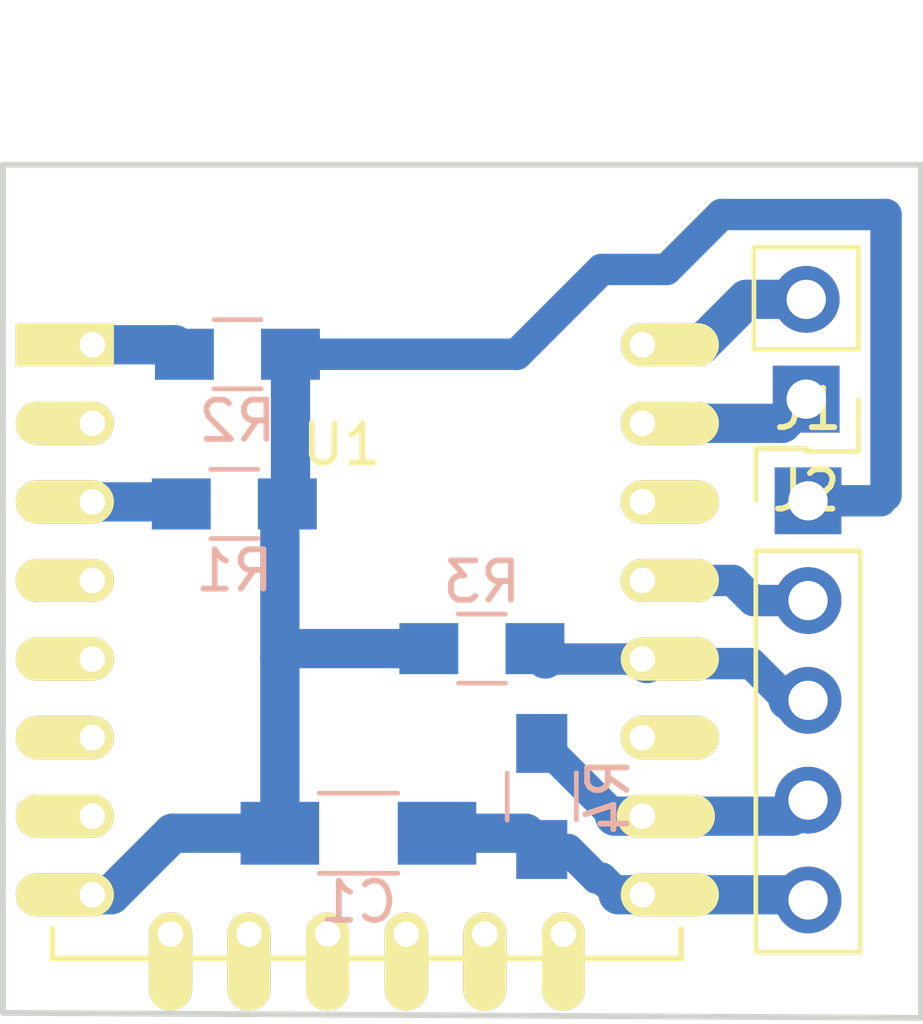
<source format=kicad_pcb>
(kicad_pcb (version 20171130) (host pcbnew 5.1.5-52549c5~84~ubuntu19.10.1)

  (general
    (thickness 1.6)
    (drawings 5)
    (tracks 48)
    (zones 0)
    (modules 8)
    (nets 23)
  )

  (page A4)
  (layers
    (0 F.Cu signal)
    (31 B.Cu signal)
    (32 B.Adhes user)
    (33 F.Adhes user)
    (34 B.Paste user)
    (35 F.Paste user)
    (36 B.SilkS user)
    (37 F.SilkS user)
    (38 B.Mask user)
    (39 F.Mask user)
    (40 Dwgs.User user)
    (41 Cmts.User user)
    (42 Eco1.User user)
    (43 Eco2.User user)
    (44 Edge.Cuts user)
    (45 Margin user)
    (46 B.CrtYd user)
    (47 F.CrtYd user)
    (48 B.Fab user)
    (49 F.Fab user)
  )

  (setup
    (last_trace_width 0.8)
    (trace_clearance 0.2)
    (zone_clearance 0.508)
    (zone_45_only no)
    (trace_min 0.2)
    (via_size 0.8)
    (via_drill 0.4)
    (via_min_size 0.4)
    (via_min_drill 0.3)
    (uvia_size 0.3)
    (uvia_drill 0.1)
    (uvias_allowed no)
    (uvia_min_size 0.2)
    (uvia_min_drill 0.1)
    (edge_width 0.15)
    (segment_width 0.2)
    (pcb_text_width 0.3)
    (pcb_text_size 1.5 1.5)
    (mod_edge_width 0.15)
    (mod_text_size 1 1)
    (mod_text_width 0.15)
    (pad_size 1.524 1.524)
    (pad_drill 0.762)
    (pad_to_mask_clearance 0.051)
    (solder_mask_min_width 0.25)
    (aux_axis_origin 0 0)
    (visible_elements FFFFFF7F)
    (pcbplotparams
      (layerselection 0x010fc_ffffffff)
      (usegerberextensions false)
      (usegerberattributes false)
      (usegerberadvancedattributes false)
      (creategerberjobfile false)
      (excludeedgelayer true)
      (linewidth 0.100000)
      (plotframeref false)
      (viasonmask false)
      (mode 1)
      (useauxorigin false)
      (hpglpennumber 1)
      (hpglpenspeed 20)
      (hpglpendiameter 15.000000)
      (psnegative false)
      (psa4output false)
      (plotreference true)
      (plotvalue true)
      (plotinvisibletext false)
      (padsonsilk false)
      (subtractmaskfromsilk false)
      (outputformat 1)
      (mirror false)
      (drillshape 1)
      (scaleselection 1)
      (outputdirectory ""))
  )

  (net 0 "")
  (net 1 +3V3)
  (net 2 GND)
  (net 3 "Net-(R1-Pad1)")
  (net 4 "Net-(R2-Pad1)")
  (net 5 "Net-(J1-Pad2)")
  (net 6 "Net-(J1-Pad4)")
  (net 7 "Net-(J1-Pad3)")
  (net 8 Rx)
  (net 9 Tx)
  (net 10 "Net-(U1-Pad2)")
  (net 11 "Net-(U1-Pad4)")
  (net 12 "Net-(U1-Pad5)")
  (net 13 "Net-(U1-Pad6)")
  (net 14 "Net-(U1-Pad7)")
  (net 15 "Net-(U1-Pad11)")
  (net 16 "Net-(U1-Pad14)")
  (net 17 "Net-(U1-Pad17)")
  (net 18 "Net-(U1-Pad18)")
  (net 19 "Net-(U1-Pad19)")
  (net 20 "Net-(U1-Pad20)")
  (net 21 "Net-(U1-Pad21)")
  (net 22 "Net-(U1-Pad22)")

  (net_class Default "This is the default net class."
    (clearance 0.2)
    (trace_width 0.8)
    (via_dia 0.8)
    (via_drill 0.4)
    (uvia_dia 0.3)
    (uvia_drill 0.1)
    (add_net +3V3)
    (add_net GND)
    (add_net "Net-(J1-Pad2)")
    (add_net "Net-(J1-Pad3)")
    (add_net "Net-(J1-Pad4)")
    (add_net "Net-(R1-Pad1)")
    (add_net "Net-(R2-Pad1)")
    (add_net "Net-(U1-Pad11)")
    (add_net "Net-(U1-Pad14)")
    (add_net "Net-(U1-Pad17)")
    (add_net "Net-(U1-Pad18)")
    (add_net "Net-(U1-Pad19)")
    (add_net "Net-(U1-Pad2)")
    (add_net "Net-(U1-Pad20)")
    (add_net "Net-(U1-Pad21)")
    (add_net "Net-(U1-Pad22)")
    (add_net "Net-(U1-Pad4)")
    (add_net "Net-(U1-Pad5)")
    (add_net "Net-(U1-Pad6)")
    (add_net "Net-(U1-Pad7)")
    (add_net Rx)
    (add_net Tx)
  )

  (module ESP8266:ESP-12E (layer F.Cu) (tedit 58B47889) (tstamp 5DA91B2E)
    (at 164.708001 88.531001)
    (descr "Module, ESP-8266, ESP-12, 16 pad, SMD")
    (tags "Module ESP-8266 ESP8266")
    (path /5D9CA756)
    (fp_text reference U1 (at 6.35 2.54) (layer F.SilkS)
      (effects (font (size 1 1) (thickness 0.15)))
    )
    (fp_text value ESP8266_ESP-12E (at 6.35 6.35) (layer F.Fab) hide
      (effects (font (size 1 1) (thickness 0.15)))
    )
    (fp_line (start -2.25 -0.5) (end -2.25 -8.75) (layer F.CrtYd) (width 0.05))
    (fp_line (start -2.25 -8.75) (end 15.25 -8.75) (layer F.CrtYd) (width 0.05))
    (fp_line (start 15.25 -8.75) (end 16.25 -8.75) (layer F.CrtYd) (width 0.05))
    (fp_line (start 16.25 -8.75) (end 16.25 16) (layer F.CrtYd) (width 0.05))
    (fp_line (start 16.25 16) (end -2.25 16) (layer F.CrtYd) (width 0.05))
    (fp_line (start -2.25 16) (end -2.25 -0.5) (layer F.CrtYd) (width 0.05))
    (fp_line (start -1.016 -8.382) (end 14.986 -8.382) (layer F.CrtYd) (width 0.1524))
    (fp_line (start 14.986 -8.382) (end 14.986 -0.889) (layer F.CrtYd) (width 0.1524))
    (fp_line (start -1.016 -8.382) (end -1.016 -1.016) (layer F.CrtYd) (width 0.1524))
    (fp_line (start -1.016 14.859) (end -1.016 15.621) (layer F.SilkS) (width 0.1524))
    (fp_line (start -1.016 15.621) (end 14.986 15.621) (layer F.SilkS) (width 0.1524))
    (fp_line (start 14.986 15.621) (end 14.986 14.859) (layer F.SilkS) (width 0.1524))
    (fp_line (start 14.992 -8.4) (end -1.008 -2.6) (layer F.CrtYd) (width 0.1524))
    (fp_line (start -1.008 -8.4) (end 14.992 -2.6) (layer F.CrtYd) (width 0.1524))
    (fp_text user "No Copper" (at 6.892 -5.4) (layer F.CrtYd)
      (effects (font (size 1 1) (thickness 0.15)))
    )
    (fp_line (start -1.008 -2.6) (end 14.992 -2.6) (layer F.CrtYd) (width 0.1524))
    (fp_line (start 15 -8.4) (end 15 15.6) (layer F.Fab) (width 0.05))
    (fp_line (start 14.992 15.6) (end -1.008 15.6) (layer F.Fab) (width 0.05))
    (fp_line (start -1.008 15.6) (end -1.008 -8.4) (layer F.Fab) (width 0.05))
    (fp_line (start -1.008 -8.4) (end 14.992 -8.4) (layer F.Fab) (width 0.05))
    (pad 1 thru_hole rect (at 0 0) (size 2.5 1.1) (drill 0.65 (offset -0.7 0)) (layers *.Cu *.Mask F.SilkS)
      (net 4 "Net-(R2-Pad1)"))
    (pad 2 thru_hole oval (at 0 2) (size 2.5 1.1) (drill 0.65 (offset -0.7 0)) (layers *.Cu *.Mask F.SilkS)
      (net 10 "Net-(U1-Pad2)"))
    (pad 3 thru_hole oval (at 0 4) (size 2.5 1.1) (drill 0.65 (offset -0.7 0)) (layers *.Cu *.Mask F.SilkS)
      (net 3 "Net-(R1-Pad1)"))
    (pad 4 thru_hole oval (at 0 6) (size 2.5 1.1) (drill 0.65 (offset -0.7 0)) (layers *.Cu *.Mask F.SilkS)
      (net 11 "Net-(U1-Pad4)"))
    (pad 5 thru_hole oval (at 0 8) (size 2.5 1.1) (drill 0.65 (offset -0.7 0)) (layers *.Cu *.Mask F.SilkS)
      (net 12 "Net-(U1-Pad5)"))
    (pad 6 thru_hole oval (at 0 10) (size 2.5 1.1) (drill 0.65 (offset -0.7 0)) (layers *.Cu *.Mask F.SilkS)
      (net 13 "Net-(U1-Pad6)"))
    (pad 7 thru_hole oval (at 0 12) (size 2.5 1.1) (drill 0.65 (offset -0.7 0)) (layers *.Cu *.Mask F.SilkS)
      (net 14 "Net-(U1-Pad7)"))
    (pad 8 thru_hole oval (at 0 14) (size 2.5 1.1) (drill 0.65 (offset -0.7 0)) (layers *.Cu *.Mask F.SilkS)
      (net 1 +3V3))
    (pad 9 thru_hole oval (at 14 14) (size 2.5 1.1) (drill 0.65 (offset 0.7 0)) (layers *.Cu *.Mask F.SilkS)
      (net 2 GND))
    (pad 10 thru_hole oval (at 14 12) (size 2.5 1.1) (drill 0.65 (offset 0.6 0)) (layers *.Cu *.Mask F.SilkS)
      (net 6 "Net-(J1-Pad4)"))
    (pad 11 thru_hole oval (at 14 10) (size 2.5 1.1) (drill 0.65 (offset 0.7 0)) (layers *.Cu *.Mask F.SilkS)
      (net 15 "Net-(U1-Pad11)"))
    (pad 12 thru_hole oval (at 14 8) (size 2.5 1.1) (drill 0.65 (offset 0.7 0)) (layers *.Cu *.Mask F.SilkS)
      (net 7 "Net-(J1-Pad3)"))
    (pad 13 thru_hole oval (at 14 6) (size 2.5 1.1) (drill 0.65 (offset 0.7 0)) (layers *.Cu *.Mask F.SilkS)
      (net 5 "Net-(J1-Pad2)"))
    (pad 14 thru_hole oval (at 14 4) (size 2.5 1.1) (drill 0.65 (offset 0.7 0)) (layers *.Cu *.Mask F.SilkS)
      (net 16 "Net-(U1-Pad14)"))
    (pad 15 thru_hole oval (at 14 2) (size 2.5 1.1) (drill 0.65 (offset 0.7 0)) (layers *.Cu *.Mask F.SilkS)
      (net 8 Rx))
    (pad 16 thru_hole oval (at 14 0) (size 2.5 1.1) (drill 0.65 (offset 0.7 0)) (layers *.Cu *.Mask F.SilkS)
      (net 9 Tx))
    (pad 17 thru_hole oval (at 1.99 15 90) (size 2.5 1.1) (drill 0.65 (offset -0.7 0)) (layers *.Cu *.Mask F.SilkS)
      (net 17 "Net-(U1-Pad17)"))
    (pad 18 thru_hole oval (at 3.99 15 90) (size 2.5 1.1) (drill 0.65 (offset -0.7 0)) (layers *.Cu *.Mask F.SilkS)
      (net 18 "Net-(U1-Pad18)"))
    (pad 19 thru_hole oval (at 5.99 15 90) (size 2.5 1.1) (drill 0.65 (offset -0.7 0)) (layers *.Cu *.Mask F.SilkS)
      (net 19 "Net-(U1-Pad19)"))
    (pad 20 thru_hole oval (at 7.99 15 90) (size 2.5 1.1) (drill 0.65 (offset -0.7 0)) (layers *.Cu *.Mask F.SilkS)
      (net 20 "Net-(U1-Pad20)"))
    (pad 21 thru_hole oval (at 9.99 15 90) (size 2.5 1.1) (drill 0.65 (offset -0.7 0)) (layers *.Cu *.Mask F.SilkS)
      (net 21 "Net-(U1-Pad21)"))
    (pad 22 thru_hole oval (at 11.99 15 90) (size 2.5 1.1) (drill 0.65 (offset -0.7 0)) (layers *.Cu *.Mask F.SilkS)
      (net 22 "Net-(U1-Pad22)"))
    (model ${ESPLIB}/ESP8266.3dshapes/ESP-12E.wrl
      (at (xyz 0 0 0))
      (scale (xyz 0.3937 0.3937 0.3937))
      (rotate (xyz 0 0 0))
    )
  )

  (module Capacitors_SMD:C_1206_HandSoldering (layer B.Cu) (tedit 58AA84D1) (tstamp 5DA91ABC)
    (at 171.482 100.965)
    (descr "Capacitor SMD 1206, hand soldering")
    (tags "capacitor 1206")
    (path /5D9D9EC3)
    (attr smd)
    (fp_text reference C1 (at 0 1.75) (layer B.SilkS)
      (effects (font (size 1 1) (thickness 0.15)) (justify mirror))
    )
    (fp_text value 100nF (at 0 -2) (layer B.Fab)
      (effects (font (size 1 1) (thickness 0.15)) (justify mirror))
    )
    (fp_text user %R (at 0 1.75) (layer B.Fab)
      (effects (font (size 1 1) (thickness 0.15)) (justify mirror))
    )
    (fp_line (start -1.6 -0.8) (end -1.6 0.8) (layer B.Fab) (width 0.1))
    (fp_line (start 1.6 -0.8) (end -1.6 -0.8) (layer B.Fab) (width 0.1))
    (fp_line (start 1.6 0.8) (end 1.6 -0.8) (layer B.Fab) (width 0.1))
    (fp_line (start -1.6 0.8) (end 1.6 0.8) (layer B.Fab) (width 0.1))
    (fp_line (start 1 1.02) (end -1 1.02) (layer B.SilkS) (width 0.12))
    (fp_line (start -1 -1.02) (end 1 -1.02) (layer B.SilkS) (width 0.12))
    (fp_line (start -3.25 1.05) (end 3.25 1.05) (layer B.CrtYd) (width 0.05))
    (fp_line (start -3.25 1.05) (end -3.25 -1.05) (layer B.CrtYd) (width 0.05))
    (fp_line (start 3.25 -1.05) (end 3.25 1.05) (layer B.CrtYd) (width 0.05))
    (fp_line (start 3.25 -1.05) (end -3.25 -1.05) (layer B.CrtYd) (width 0.05))
    (pad 1 smd rect (at -2 0) (size 2 1.6) (layers B.Cu B.Paste B.Mask)
      (net 1 +3V3))
    (pad 2 smd rect (at 2 0) (size 2 1.6) (layers B.Cu B.Paste B.Mask)
      (net 2 GND))
    (model Capacitors_SMD.3dshapes/C_1206.wrl
      (at (xyz 0 0 0))
      (scale (xyz 1 1 1))
      (rotate (xyz 0 0 0))
    )
  )

  (module Resistors_SMD:R_0805_HandSoldering (layer B.Cu) (tedit 58E0A804) (tstamp 5DA91ACD)
    (at 168.322 92.583)
    (descr "Resistor SMD 0805, hand soldering")
    (tags "resistor 0805")
    (path /5D9D9DE3)
    (attr smd)
    (fp_text reference R1 (at 0 1.7) (layer B.SilkS)
      (effects (font (size 1 1) (thickness 0.15)) (justify mirror))
    )
    (fp_text value 10k (at 0 -1.75) (layer B.Fab)
      (effects (font (size 1 1) (thickness 0.15)) (justify mirror))
    )
    (fp_line (start 2.35 -0.9) (end -2.35 -0.9) (layer B.CrtYd) (width 0.05))
    (fp_line (start 2.35 -0.9) (end 2.35 0.9) (layer B.CrtYd) (width 0.05))
    (fp_line (start -2.35 0.9) (end -2.35 -0.9) (layer B.CrtYd) (width 0.05))
    (fp_line (start -2.35 0.9) (end 2.35 0.9) (layer B.CrtYd) (width 0.05))
    (fp_line (start -0.6 0.88) (end 0.6 0.88) (layer B.SilkS) (width 0.12))
    (fp_line (start 0.6 -0.88) (end -0.6 -0.88) (layer B.SilkS) (width 0.12))
    (fp_line (start -1 0.62) (end 1 0.62) (layer B.Fab) (width 0.1))
    (fp_line (start 1 0.62) (end 1 -0.62) (layer B.Fab) (width 0.1))
    (fp_line (start 1 -0.62) (end -1 -0.62) (layer B.Fab) (width 0.1))
    (fp_line (start -1 -0.62) (end -1 0.62) (layer B.Fab) (width 0.1))
    (fp_text user %R (at 0 0) (layer B.Fab)
      (effects (font (size 0.5 0.5) (thickness 0.075)) (justify mirror))
    )
    (pad 2 smd rect (at 1.35 0) (size 1.5 1.3) (layers B.Cu B.Paste B.Mask)
      (net 1 +3V3))
    (pad 1 smd rect (at -1.35 0) (size 1.5 1.3) (layers B.Cu B.Paste B.Mask)
      (net 3 "Net-(R1-Pad1)"))
    (model ${KISYS3DMOD}/Resistors_SMD.3dshapes/R_0805.wrl
      (at (xyz 0 0 0))
      (scale (xyz 1 1 1))
      (rotate (xyz 0 0 0))
    )
  )

  (module Resistors_SMD:R_0805_HandSoldering (layer B.Cu) (tedit 58E0A804) (tstamp 5DA91ADE)
    (at 168.402 88.773)
    (descr "Resistor SMD 0805, hand soldering")
    (tags "resistor 0805")
    (path /5D9D9DB0)
    (attr smd)
    (fp_text reference R2 (at 0 1.7) (layer B.SilkS)
      (effects (font (size 1 1) (thickness 0.15)) (justify mirror))
    )
    (fp_text value 10k (at 0 -1.75) (layer B.Fab)
      (effects (font (size 1 1) (thickness 0.15)) (justify mirror))
    )
    (fp_text user %R (at 0 0) (layer B.Fab)
      (effects (font (size 0.5 0.5) (thickness 0.075)) (justify mirror))
    )
    (fp_line (start -1 -0.62) (end -1 0.62) (layer B.Fab) (width 0.1))
    (fp_line (start 1 -0.62) (end -1 -0.62) (layer B.Fab) (width 0.1))
    (fp_line (start 1 0.62) (end 1 -0.62) (layer B.Fab) (width 0.1))
    (fp_line (start -1 0.62) (end 1 0.62) (layer B.Fab) (width 0.1))
    (fp_line (start 0.6 -0.88) (end -0.6 -0.88) (layer B.SilkS) (width 0.12))
    (fp_line (start -0.6 0.88) (end 0.6 0.88) (layer B.SilkS) (width 0.12))
    (fp_line (start -2.35 0.9) (end 2.35 0.9) (layer B.CrtYd) (width 0.05))
    (fp_line (start -2.35 0.9) (end -2.35 -0.9) (layer B.CrtYd) (width 0.05))
    (fp_line (start 2.35 -0.9) (end 2.35 0.9) (layer B.CrtYd) (width 0.05))
    (fp_line (start 2.35 -0.9) (end -2.35 -0.9) (layer B.CrtYd) (width 0.05))
    (pad 1 smd rect (at -1.35 0) (size 1.5 1.3) (layers B.Cu B.Paste B.Mask)
      (net 4 "Net-(R2-Pad1)"))
    (pad 2 smd rect (at 1.35 0) (size 1.5 1.3) (layers B.Cu B.Paste B.Mask)
      (net 1 +3V3))
    (model ${KISYS3DMOD}/Resistors_SMD.3dshapes/R_0805.wrl
      (at (xyz 0 0 0))
      (scale (xyz 1 1 1))
      (rotate (xyz 0 0 0))
    )
  )

  (module Resistors_SMD:R_0805_HandSoldering (layer B.Cu) (tedit 58E0A804) (tstamp 5DA91AEF)
    (at 174.625 96.266 180)
    (descr "Resistor SMD 0805, hand soldering")
    (tags "resistor 0805")
    (path /5D9D9E65)
    (attr smd)
    (fp_text reference R3 (at 0 1.7 180) (layer B.SilkS)
      (effects (font (size 1 1) (thickness 0.15)) (justify mirror))
    )
    (fp_text value 10k (at 0 -1.75 180) (layer B.Fab)
      (effects (font (size 1 1) (thickness 0.15)) (justify mirror))
    )
    (fp_line (start 2.35 -0.9) (end -2.35 -0.9) (layer B.CrtYd) (width 0.05))
    (fp_line (start 2.35 -0.9) (end 2.35 0.9) (layer B.CrtYd) (width 0.05))
    (fp_line (start -2.35 0.9) (end -2.35 -0.9) (layer B.CrtYd) (width 0.05))
    (fp_line (start -2.35 0.9) (end 2.35 0.9) (layer B.CrtYd) (width 0.05))
    (fp_line (start -0.6 0.88) (end 0.6 0.88) (layer B.SilkS) (width 0.12))
    (fp_line (start 0.6 -0.88) (end -0.6 -0.88) (layer B.SilkS) (width 0.12))
    (fp_line (start -1 0.62) (end 1 0.62) (layer B.Fab) (width 0.1))
    (fp_line (start 1 0.62) (end 1 -0.62) (layer B.Fab) (width 0.1))
    (fp_line (start 1 -0.62) (end -1 -0.62) (layer B.Fab) (width 0.1))
    (fp_line (start -1 -0.62) (end -1 0.62) (layer B.Fab) (width 0.1))
    (fp_text user %R (at 0 0 180) (layer B.Fab)
      (effects (font (size 0.5 0.5) (thickness 0.075)) (justify mirror))
    )
    (pad 2 smd rect (at 1.35 0 180) (size 1.5 1.3) (layers B.Cu B.Paste B.Mask)
      (net 1 +3V3))
    (pad 1 smd rect (at -1.35 0 180) (size 1.5 1.3) (layers B.Cu B.Paste B.Mask)
      (net 7 "Net-(J1-Pad3)"))
    (model ${KISYS3DMOD}/Resistors_SMD.3dshapes/R_0805.wrl
      (at (xyz 0 0 0))
      (scale (xyz 1 1 1))
      (rotate (xyz 0 0 0))
    )
  )

  (module Resistors_SMD:R_0805_HandSoldering (layer B.Cu) (tedit 58E0A804) (tstamp 5DA91B00)
    (at 176.149 100.029 90)
    (descr "Resistor SMD 0805, hand soldering")
    (tags "resistor 0805")
    (path /5D9D9DFD)
    (attr smd)
    (fp_text reference R4 (at 0 1.7 90) (layer B.SilkS)
      (effects (font (size 1 1) (thickness 0.15)) (justify mirror))
    )
    (fp_text value 10k (at 0 -1.75 90) (layer B.Fab)
      (effects (font (size 1 1) (thickness 0.15)) (justify mirror))
    )
    (fp_text user %R (at 0 0 90) (layer B.Fab)
      (effects (font (size 0.5 0.5) (thickness 0.075)) (justify mirror))
    )
    (fp_line (start -1 -0.62) (end -1 0.62) (layer B.Fab) (width 0.1))
    (fp_line (start 1 -0.62) (end -1 -0.62) (layer B.Fab) (width 0.1))
    (fp_line (start 1 0.62) (end 1 -0.62) (layer B.Fab) (width 0.1))
    (fp_line (start -1 0.62) (end 1 0.62) (layer B.Fab) (width 0.1))
    (fp_line (start 0.6 -0.88) (end -0.6 -0.88) (layer B.SilkS) (width 0.12))
    (fp_line (start -0.6 0.88) (end 0.6 0.88) (layer B.SilkS) (width 0.12))
    (fp_line (start -2.35 0.9) (end 2.35 0.9) (layer B.CrtYd) (width 0.05))
    (fp_line (start -2.35 0.9) (end -2.35 -0.9) (layer B.CrtYd) (width 0.05))
    (fp_line (start 2.35 -0.9) (end 2.35 0.9) (layer B.CrtYd) (width 0.05))
    (fp_line (start 2.35 -0.9) (end -2.35 -0.9) (layer B.CrtYd) (width 0.05))
    (pad 1 smd rect (at -1.35 0 90) (size 1.5 1.3) (layers B.Cu B.Paste B.Mask)
      (net 2 GND))
    (pad 2 smd rect (at 1.35 0 90) (size 1.5 1.3) (layers B.Cu B.Paste B.Mask)
      (net 6 "Net-(J1-Pad4)"))
    (model ${KISYS3DMOD}/Resistors_SMD.3dshapes/R_0805.wrl
      (at (xyz 0 0 0))
      (scale (xyz 1 1 1))
      (rotate (xyz 0 0 0))
    )
  )

  (module Pin_Headers:Pin_Header_Straight_1x05_Pitch2.54mm (layer F.Cu) (tedit 59650532) (tstamp 5DAC4841)
    (at 182.927001 92.503001)
    (descr "Through hole straight pin header, 1x05, 2.54mm pitch, single row")
    (tags "Through hole pin header THT 1x05 2.54mm single row")
    (path /5D9F47F1)
    (fp_text reference J1 (at 0 -2.33) (layer F.SilkS)
      (effects (font (size 1 1) (thickness 0.15)))
    )
    (fp_text value Conn1 (at 0 12.49) (layer F.Fab)
      (effects (font (size 1 1) (thickness 0.15)))
    )
    (fp_line (start -0.635 -1.27) (end 1.27 -1.27) (layer F.Fab) (width 0.1))
    (fp_line (start 1.27 -1.27) (end 1.27 11.43) (layer F.Fab) (width 0.1))
    (fp_line (start 1.27 11.43) (end -1.27 11.43) (layer F.Fab) (width 0.1))
    (fp_line (start -1.27 11.43) (end -1.27 -0.635) (layer F.Fab) (width 0.1))
    (fp_line (start -1.27 -0.635) (end -0.635 -1.27) (layer F.Fab) (width 0.1))
    (fp_line (start -1.33 11.49) (end 1.33 11.49) (layer F.SilkS) (width 0.12))
    (fp_line (start -1.33 1.27) (end -1.33 11.49) (layer F.SilkS) (width 0.12))
    (fp_line (start 1.33 1.27) (end 1.33 11.49) (layer F.SilkS) (width 0.12))
    (fp_line (start -1.33 1.27) (end 1.33 1.27) (layer F.SilkS) (width 0.12))
    (fp_line (start -1.33 0) (end -1.33 -1.33) (layer F.SilkS) (width 0.12))
    (fp_line (start -1.33 -1.33) (end 0 -1.33) (layer F.SilkS) (width 0.12))
    (fp_line (start -1.8 -1.8) (end -1.8 11.95) (layer F.CrtYd) (width 0.05))
    (fp_line (start -1.8 11.95) (end 1.8 11.95) (layer F.CrtYd) (width 0.05))
    (fp_line (start 1.8 11.95) (end 1.8 -1.8) (layer F.CrtYd) (width 0.05))
    (fp_line (start 1.8 -1.8) (end -1.8 -1.8) (layer F.CrtYd) (width 0.05))
    (fp_text user %R (at 0 5.08 90) (layer F.Fab)
      (effects (font (size 1 1) (thickness 0.15)))
    )
    (pad 1 thru_hole rect (at 0 0) (size 1.7 1.7) (drill 1) (layers *.Cu *.Mask)
      (net 1 +3V3))
    (pad 2 thru_hole oval (at 0 2.54) (size 1.7 1.7) (drill 1) (layers *.Cu *.Mask)
      (net 5 "Net-(J1-Pad2)"))
    (pad 3 thru_hole oval (at 0 5.08) (size 1.7 1.7) (drill 1) (layers *.Cu *.Mask)
      (net 7 "Net-(J1-Pad3)"))
    (pad 4 thru_hole oval (at 0 7.62) (size 1.7 1.7) (drill 1) (layers *.Cu *.Mask)
      (net 6 "Net-(J1-Pad4)"))
    (pad 5 thru_hole oval (at 0 10.16) (size 1.7 1.7) (drill 1) (layers *.Cu *.Mask)
      (net 2 GND))
    (model ${KISYS3DMOD}/Pin_Headers.3dshapes/Pin_Header_Straight_1x05_Pitch2.54mm.wrl
      (at (xyz 0 0 0))
      (scale (xyz 1 1 1))
      (rotate (xyz 0 0 0))
    )
  )

  (module Pin_Headers:Pin_Header_Straight_1x02_Pitch2.54mm (layer F.Cu) (tedit 59650532) (tstamp 5DAC4857)
    (at 182.88 89.916 180)
    (descr "Through hole straight pin header, 1x02, 2.54mm pitch, single row")
    (tags "Through hole pin header THT 1x02 2.54mm single row")
    (path /5D9F920B)
    (fp_text reference J2 (at 0 -2.33 180) (layer F.SilkS)
      (effects (font (size 1 1) (thickness 0.15)))
    )
    (fp_text value TxRx (at 0 4.87 180) (layer F.Fab)
      (effects (font (size 1 1) (thickness 0.15)))
    )
    (fp_line (start -0.635 -1.27) (end 1.27 -1.27) (layer F.Fab) (width 0.1))
    (fp_line (start 1.27 -1.27) (end 1.27 3.81) (layer F.Fab) (width 0.1))
    (fp_line (start 1.27 3.81) (end -1.27 3.81) (layer F.Fab) (width 0.1))
    (fp_line (start -1.27 3.81) (end -1.27 -0.635) (layer F.Fab) (width 0.1))
    (fp_line (start -1.27 -0.635) (end -0.635 -1.27) (layer F.Fab) (width 0.1))
    (fp_line (start -1.33 3.87) (end 1.33 3.87) (layer F.SilkS) (width 0.12))
    (fp_line (start -1.33 1.27) (end -1.33 3.87) (layer F.SilkS) (width 0.12))
    (fp_line (start 1.33 1.27) (end 1.33 3.87) (layer F.SilkS) (width 0.12))
    (fp_line (start -1.33 1.27) (end 1.33 1.27) (layer F.SilkS) (width 0.12))
    (fp_line (start -1.33 0) (end -1.33 -1.33) (layer F.SilkS) (width 0.12))
    (fp_line (start -1.33 -1.33) (end 0 -1.33) (layer F.SilkS) (width 0.12))
    (fp_line (start -1.8 -1.8) (end -1.8 4.35) (layer F.CrtYd) (width 0.05))
    (fp_line (start -1.8 4.35) (end 1.8 4.35) (layer F.CrtYd) (width 0.05))
    (fp_line (start 1.8 4.35) (end 1.8 -1.8) (layer F.CrtYd) (width 0.05))
    (fp_line (start 1.8 -1.8) (end -1.8 -1.8) (layer F.CrtYd) (width 0.05))
    (fp_text user %R (at 0 1.27 270) (layer F.Fab)
      (effects (font (size 1 1) (thickness 0.15)))
    )
    (pad 1 thru_hole rect (at 0 0 180) (size 1.7 1.7) (drill 1) (layers *.Cu *.Mask)
      (net 8 Rx))
    (pad 2 thru_hole oval (at 0 2.54 180) (size 1.7 1.7) (drill 1) (layers *.Cu *.Mask)
      (net 9 Tx))
    (model ${KISYS3DMOD}/Pin_Headers.3dshapes/Pin_Header_Straight_1x02_Pitch2.54mm.wrl
      (at (xyz 0 0 0))
      (scale (xyz 1 1 1))
      (rotate (xyz 0 0 0))
    )
  )

  (gr_line (start 185.801 105.664) (end 185.801 105.537) (layer Edge.Cuts) (width 0.15))
  (gr_line (start 162.433 105.537) (end 185.801 105.664) (layer Edge.Cuts) (width 0.15))
  (gr_line (start 162.433 83.947) (end 162.433 105.537) (layer Edge.Cuts) (width 0.15))
  (gr_line (start 185.801 83.947) (end 162.433 83.947) (layer Edge.Cuts) (width 0.15))
  (gr_line (start 185.801 105.537) (end 185.801 83.947) (layer Edge.Cuts) (width 0.15))

  (segment (start 164.708001 102.531001) (end 165.184999 102.531001) (width 1) (layer B.Cu) (net 1) (status 30))
  (segment (start 166.751 100.965) (end 169.482 100.965) (width 1) (layer B.Cu) (net 1) (status 20))
  (segment (start 165.184999 102.531001) (end 166.751 100.965) (width 1) (layer B.Cu) (net 1) (status 10))
  (segment (start 169.752 92.503) (end 169.672 92.583) (width 1) (layer B.Cu) (net 1) (status 30))
  (segment (start 169.752 88.773) (end 169.752 92.503) (width 1) (layer B.Cu) (net 1) (status 30))
  (segment (start 169.752 88.773) (end 175.514 88.773) (width 0.8) (layer B.Cu) (net 1) (status 10))
  (segment (start 184.777001 92.503001) (end 182.927001 92.503001) (width 0.8) (layer B.Cu) (net 1) (status 20))
  (segment (start 175.514 88.773) (end 177.673 86.614) (width 0.8) (layer B.Cu) (net 1))
  (segment (start 184.912 85.217) (end 184.912 92.368002) (width 0.8) (layer B.Cu) (net 1))
  (segment (start 180.721 85.217) (end 184.912 85.217) (width 0.8) (layer B.Cu) (net 1))
  (segment (start 179.324 86.614) (end 180.721 85.217) (width 0.8) (layer B.Cu) (net 1))
  (segment (start 177.673 86.614) (end 179.324 86.614) (width 0.8) (layer B.Cu) (net 1))
  (segment (start 169.482 92.773) (end 169.672 92.583) (width 1) (layer B.Cu) (net 1))
  (segment (start 169.736 96.266) (end 169.482 96.52) (width 1) (layer B.Cu) (net 1))
  (segment (start 173.275 96.266) (end 169.736 96.266) (width 1) (layer B.Cu) (net 1))
  (segment (start 169.482 100.965) (end 169.482 96.52) (width 1) (layer B.Cu) (net 1))
  (segment (start 169.482 96.52) (end 169.482 92.773) (width 1) (layer B.Cu) (net 1))
  (segment (start 175.735 100.965) (end 176.149 101.379) (width 1) (layer B.Cu) (net 2) (status 30))
  (segment (start 173.482 100.965) (end 175.735 100.965) (width 1) (layer B.Cu) (net 2) (status 30))
  (segment (start 176.149 101.379) (end 176.817 101.379) (width 0.8) (layer B.Cu) (net 2) (status 10))
  (segment (start 178.096001 102.531001) (end 178.708001 102.531001) (width 1) (layer B.Cu) (net 2) (status 20))
  (segment (start 177.673 102.108) (end 178.096001 102.531001) (width 0.8) (layer B.Cu) (net 2))
  (segment (start 182.795001 102.531001) (end 182.927001 102.663001) (width 1) (layer B.Cu) (net 2) (status 30))
  (segment (start 178.708001 102.531001) (end 182.795001 102.531001) (width 1) (layer B.Cu) (net 2) (status 30))
  (segment (start 177.546 102.108) (end 176.817 101.379) (width 0.8) (layer B.Cu) (net 2))
  (segment (start 177.673 102.108) (end 177.546 102.108) (width 0.8) (layer B.Cu) (net 2))
  (segment (start 166.920001 92.531001) (end 166.972 92.583) (width 1) (layer B.Cu) (net 3) (status 30))
  (segment (start 164.708001 92.531001) (end 166.920001 92.531001) (width 1) (layer B.Cu) (net 3) (status 30))
  (segment (start 166.810001 88.531001) (end 167.052 88.773) (width 1) (layer B.Cu) (net 4) (status 30))
  (segment (start 164.708001 88.531001) (end 166.810001 88.531001) (width 1) (layer B.Cu) (net 4) (status 30))
  (segment (start 181.72492 95.043001) (end 182.927001 95.043001) (width 0.8) (layer B.Cu) (net 5))
  (segment (start 181.018001 94.531001) (end 178.708001 94.531001) (width 0.8) (layer B.Cu) (net 5))
  (segment (start 181.530001 95.043001) (end 181.018001 94.531001) (width 0.8) (layer B.Cu) (net 5))
  (segment (start 178.001001 100.531001) (end 176.149 98.679) (width 0.8) (layer B.Cu) (net 6) (status 20))
  (segment (start 178.708001 100.531001) (end 178.001001 100.531001) (width 1) (layer B.Cu) (net 6) (status 10))
  (segment (start 182.519001 100.531001) (end 182.927001 100.123001) (width 1) (layer B.Cu) (net 6) (status 30))
  (segment (start 178.708001 100.531001) (end 182.519001 100.531001) (width 1) (layer B.Cu) (net 6) (status 30))
  (segment (start 176.240001 96.531001) (end 175.975 96.266) (width 1) (layer B.Cu) (net 7))
  (segment (start 178.708001 96.531001) (end 176.240001 96.531001) (width 0.8) (layer B.Cu) (net 7))
  (segment (start 182.927001 97.583001) (end 182.419001 97.583001) (width 1) (layer B.Cu) (net 7))
  (segment (start 182.419001 97.583001) (end 181.483 96.647) (width 0.8) (layer B.Cu) (net 7))
  (segment (start 178.824 96.647) (end 178.708001 96.531001) (width 1) (layer B.Cu) (net 7))
  (segment (start 181.483 96.647) (end 178.824 96.647) (width 0.8) (layer B.Cu) (net 7))
  (segment (start 182.264999 90.531001) (end 182.88 89.916) (width 1) (layer B.Cu) (net 8) (status 30))
  (segment (start 178.708001 90.531001) (end 182.264999 90.531001) (width 1) (layer B.Cu) (net 8) (status 30))
  (segment (start 178.708001 88.531001) (end 180.200999 88.531001) (width 1) (layer B.Cu) (net 9) (status 30))
  (segment (start 181.356 87.376) (end 182.88 87.376) (width 1) (layer B.Cu) (net 9) (status 20))
  (segment (start 180.200999 88.531001) (end 181.356 87.376) (width 1) (layer B.Cu) (net 9) (status 10))

)

</source>
